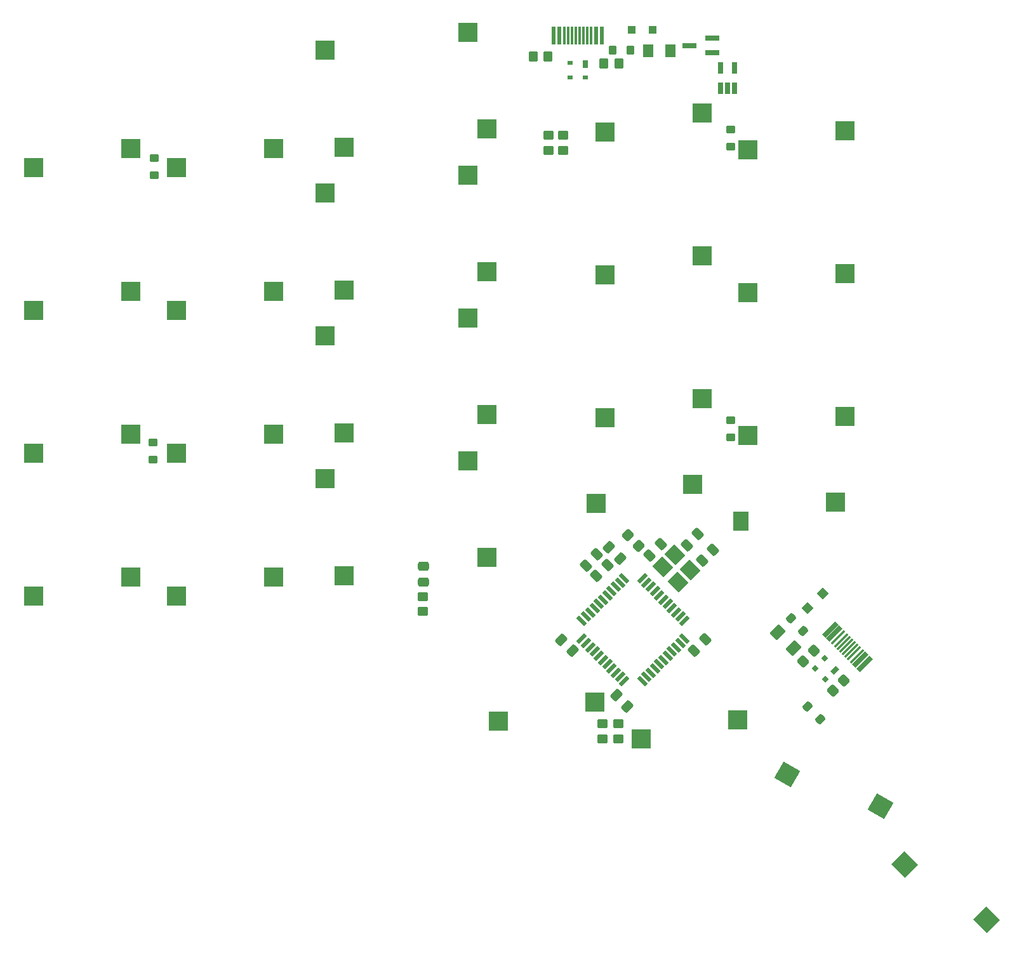
<source format=gbr>
%TF.GenerationSoftware,KiCad,Pcbnew,(6.0.7)*%
%TF.CreationDate,2022-09-06T15:04:57+03:00*%
%TF.ProjectId,retina-left,72657469-6e61-42d6-9c65-66742e6b6963,1.0*%
%TF.SameCoordinates,Original*%
%TF.FileFunction,Paste,Bot*%
%TF.FilePolarity,Positive*%
%FSLAX46Y46*%
G04 Gerber Fmt 4.6, Leading zero omitted, Abs format (unit mm)*
G04 Created by KiCad (PCBNEW (6.0.7)) date 2022-09-06 15:04:57*
%MOMM*%
%LPD*%
G01*
G04 APERTURE LIST*
G04 Aperture macros list*
%AMRoundRect*
0 Rectangle with rounded corners*
0 $1 Rounding radius*
0 $2 $3 $4 $5 $6 $7 $8 $9 X,Y pos of 4 corners*
0 Add a 4 corners polygon primitive as box body*
4,1,4,$2,$3,$4,$5,$6,$7,$8,$9,$2,$3,0*
0 Add four circle primitives for the rounded corners*
1,1,$1+$1,$2,$3*
1,1,$1+$1,$4,$5*
1,1,$1+$1,$6,$7*
1,1,$1+$1,$8,$9*
0 Add four rect primitives between the rounded corners*
20,1,$1+$1,$2,$3,$4,$5,0*
20,1,$1+$1,$4,$5,$6,$7,0*
20,1,$1+$1,$6,$7,$8,$9,0*
20,1,$1+$1,$8,$9,$2,$3,0*%
%AMRotRect*
0 Rectangle, with rotation*
0 The origin of the aperture is its center*
0 $1 length*
0 $2 width*
0 $3 Rotation angle, in degrees counterclockwise*
0 Add horizontal line*
21,1,$1,$2,0,0,$3*%
G04 Aperture macros list end*
%ADD10RotRect,2.550000X2.500000X150.000000*%
%ADD11R,2.550000X2.500000*%
%ADD12R,2.500000X2.550000*%
%ADD13RotRect,2.550000X2.500000X135.000000*%
%ADD14R,2.050000X2.500000*%
%ADD15RoundRect,0.250000X0.350000X0.450000X-0.350000X0.450000X-0.350000X-0.450000X0.350000X-0.450000X0*%
%ADD16RoundRect,0.250000X-0.441942X-0.053033X-0.053033X-0.441942X0.441942X0.053033X0.053033X0.441942X0*%
%ADD17RoundRect,0.250000X-0.097227X0.574524X-0.574524X0.097227X0.097227X-0.574524X0.574524X-0.097227X0*%
%ADD18R,0.700000X1.000000*%
%ADD19R,0.700000X0.600000*%
%ADD20RoundRect,0.250000X0.565685X0.070711X0.070711X0.565685X-0.565685X-0.070711X-0.070711X-0.565685X0*%
%ADD21R,0.650000X1.560000*%
%ADD22RoundRect,0.250001X-0.462499X-0.624999X0.462499X-0.624999X0.462499X0.624999X-0.462499X0.624999X0*%
%ADD23RoundRect,0.250000X-0.350000X0.275000X-0.350000X-0.275000X0.350000X-0.275000X0.350000X0.275000X0*%
%ADD24RoundRect,0.250000X0.450000X-0.350000X0.450000X0.350000X-0.450000X0.350000X-0.450000X-0.350000X0*%
%ADD25RoundRect,0.250000X-0.450000X0.350000X-0.450000X-0.350000X0.450000X-0.350000X0.450000X0.350000X0*%
%ADD26RotRect,1.500000X0.550000X315.000000*%
%ADD27RotRect,1.500000X0.550000X225.000000*%
%ADD28RotRect,0.600000X2.450000X315.000000*%
%ADD29RotRect,0.300000X2.450000X315.000000*%
%ADD30RoundRect,0.250000X0.574524X0.097227X0.097227X0.574524X-0.574524X-0.097227X-0.097227X-0.574524X0*%
%ADD31RoundRect,0.250000X-0.574524X-0.097227X-0.097227X-0.574524X0.574524X0.097227X0.097227X0.574524X0*%
%ADD32RoundRect,0.250000X0.070711X-0.565685X0.565685X-0.070711X-0.070711X0.565685X-0.565685X0.070711X0*%
%ADD33R,1.900000X0.800000*%
%ADD34RoundRect,0.250000X-0.350000X-0.450000X0.350000X-0.450000X0.350000X0.450000X-0.350000X0.450000X0*%
%ADD35RoundRect,0.250000X0.097227X-0.574524X0.574524X-0.097227X-0.097227X0.574524X-0.574524X0.097227X0*%
%ADD36RoundRect,0.250000X-0.070711X0.565685X-0.565685X0.070711X0.070711X-0.565685X0.565685X-0.070711X0*%
%ADD37RoundRect,0.250000X-0.475000X0.337500X-0.475000X-0.337500X0.475000X-0.337500X0.475000X0.337500X0*%
%ADD38RoundRect,0.250001X-0.768977X-0.114905X-0.114905X-0.768977X0.768977X0.114905X0.114905X0.768977X0*%
%ADD39RoundRect,0.250000X0.275000X0.350000X-0.275000X0.350000X-0.275000X-0.350000X0.275000X-0.350000X0*%
%ADD40RoundRect,0.250000X0.441942X0.053033X0.053033X0.441942X-0.441942X-0.053033X-0.053033X-0.441942X0*%
%ADD41RotRect,1.100000X1.100000X225.000000*%
%ADD42RotRect,0.700000X1.000000X135.000000*%
%ADD43RotRect,0.700000X0.600000X135.000000*%
%ADD44R,0.600000X2.450000*%
%ADD45R,0.300000X2.450000*%
%ADD46R,1.100000X1.100000*%
%ADD47RotRect,2.100000X1.800000X135.000000*%
G04 APERTURE END LIST*
D10*
%TO.C,MX23*%
X215682135Y-164542452D03*
X203217025Y-160278656D03*
%TD*%
D11*
%TO.C,MX26*%
X210920279Y-112553699D03*
X197993279Y-115093699D03*
%TD*%
D12*
%TO.C,MX9*%
X144145000Y-76617500D03*
X141605000Y-63690500D03*
%TD*%
%TO.C,MX12*%
X144145000Y-133767500D03*
X141605000Y-120840500D03*
%TD*%
%TO.C,MX17*%
X163195330Y-131386199D03*
X160655330Y-118459199D03*
%TD*%
D11*
%TO.C,MX2*%
X115670000Y-95885000D03*
X102743000Y-98425000D03*
%TD*%
D13*
%TO.C,MX28*%
X229796345Y-179695466D03*
X218859525Y-172350748D03*
%TD*%
D11*
%TO.C,MX22*%
X177700000Y-124142500D03*
X190627000Y-121602500D03*
%TD*%
%TO.C,MX18*%
X196630298Y-153034930D03*
X183703298Y-155574930D03*
%TD*%
D12*
%TO.C,MX11*%
X144145000Y-114717500D03*
X141605000Y-101790500D03*
%TD*%
%TO.C,MX10*%
X144145000Y-95667500D03*
X141605000Y-82740500D03*
%TD*%
D11*
%TO.C,MX3*%
X115670000Y-114935000D03*
X102743000Y-117475000D03*
%TD*%
%TO.C,MX4*%
X115670000Y-133985000D03*
X102743000Y-136525000D03*
%TD*%
D12*
%TO.C,MX16*%
X163195330Y-112336199D03*
X160655330Y-99409199D03*
%TD*%
D11*
%TO.C,MX13*%
X177580314Y-150653682D03*
X164653314Y-153193682D03*
%TD*%
%TO.C,MX7*%
X134720000Y-114935000D03*
X121793000Y-117475000D03*
%TD*%
%TO.C,MX21*%
X191870000Y-110172500D03*
X178943000Y-112712500D03*
%TD*%
%TO.C,MX24*%
X210920290Y-74453742D03*
X197993290Y-76993742D03*
%TD*%
%TO.C,MX8*%
X134720000Y-133985000D03*
X121793000Y-136525000D03*
%TD*%
%TO.C,MX19*%
X191870000Y-72072500D03*
X178943000Y-74612500D03*
%TD*%
D12*
%TO.C,MX14*%
X163195330Y-74236250D03*
X160655330Y-61309250D03*
%TD*%
D11*
%TO.C,MX6*%
X134720000Y-95885000D03*
X121793000Y-98425000D03*
%TD*%
D12*
%TO.C,MX15*%
X163195330Y-93286225D03*
X160655330Y-80359225D03*
%TD*%
D11*
%TO.C,MX5*%
X134720000Y-76835000D03*
X121793000Y-79375000D03*
%TD*%
%TO.C,MX25*%
X210920290Y-93503727D03*
X197993290Y-96043727D03*
%TD*%
%TO.C,MX1*%
X115670000Y-76835000D03*
X102743000Y-79375000D03*
%TD*%
%TO.C,MX20*%
X191870000Y-91122500D03*
X178943000Y-93662500D03*
%TD*%
D14*
%TO.C,MX27*%
X197000279Y-126523699D03*
D11*
X209677279Y-123983699D03*
%TD*%
D15*
%TO.C,R5*%
X171307000Y-64560450D03*
X169307000Y-64560450D03*
%TD*%
D16*
%TO.C,L3*%
X203688577Y-139509127D03*
X205314923Y-141135473D03*
%TD*%
D17*
%TO.C,C4*%
X179213073Y-132349677D03*
X177745827Y-133816923D03*
%TD*%
D18*
%TO.C,TVS1*%
X176259973Y-65601139D03*
D19*
X176259975Y-67301150D03*
X174259975Y-67301150D03*
X174259977Y-65401139D03*
%TD*%
D20*
%TO.C,R3*%
X183358507Y-129808957D03*
X181944293Y-128394743D03*
%TD*%
D21*
%TO.C,U2*%
X196212500Y-68806050D03*
X195262500Y-68806050D03*
X194312500Y-68806050D03*
X194312500Y-66106050D03*
X196212500Y-66106050D03*
%TD*%
D22*
%TO.C,F1*%
X184688150Y-63741300D03*
X187663150Y-63741300D03*
%TD*%
D17*
%TO.C,C1*%
X186318723Y-129606477D03*
X184851477Y-131073723D03*
%TD*%
D23*
%TO.C,L1*%
X118776750Y-78117050D03*
X118776750Y-80417050D03*
%TD*%
D17*
%TO.C,C3*%
X191252673Y-128253927D03*
X189785427Y-129721173D03*
%TD*%
D23*
%TO.C,L5*%
X118586250Y-116045600D03*
X118586250Y-118345600D03*
%TD*%
D24*
%TO.C,R10*%
X154628850Y-138560050D03*
X154628850Y-136560050D03*
%TD*%
D25*
%TO.C,R1*%
X180705800Y-153571700D03*
X180705800Y-155571700D03*
%TD*%
D26*
%TO.C,U1*%
X175809014Y-139806018D03*
X176374700Y-139240333D03*
X176940385Y-138674648D03*
X177506070Y-138108962D03*
X178071756Y-137543277D03*
X178637441Y-136977591D03*
X179203127Y-136411906D03*
X179768812Y-135846220D03*
X180334498Y-135280535D03*
X180900183Y-134714850D03*
X181465868Y-134149164D03*
D27*
X183870032Y-134149164D03*
X184435717Y-134714850D03*
X185001402Y-135280535D03*
X185567088Y-135846220D03*
X186132773Y-136411906D03*
X186698459Y-136977591D03*
X187264144Y-137543277D03*
X187829830Y-138108962D03*
X188395515Y-138674648D03*
X188961200Y-139240333D03*
X189526886Y-139806018D03*
D26*
X189526886Y-142210182D03*
X188961200Y-142775867D03*
X188395515Y-143341552D03*
X187829830Y-143907238D03*
X187264144Y-144472923D03*
X186698459Y-145038609D03*
X186132773Y-145604294D03*
X185567088Y-146169980D03*
X185001402Y-146735665D03*
X184435717Y-147301350D03*
X183870032Y-147867036D03*
D27*
X181465868Y-147867036D03*
X180900183Y-147301350D03*
X180334498Y-146735665D03*
X179768812Y-146169980D03*
X179203127Y-145604294D03*
X178637441Y-145038609D03*
X178071756Y-144472923D03*
X177506070Y-143907238D03*
X176940385Y-143341552D03*
X176374700Y-142775867D03*
X175809014Y-142210182D03*
%TD*%
D28*
%TO.C,USB2*%
X208959167Y-141001183D03*
X209507174Y-141549190D03*
D29*
X210002149Y-142044165D03*
X210355702Y-142397719D03*
X210709256Y-142751272D03*
X211062809Y-143104825D03*
X211416363Y-143458379D03*
X211769916Y-143811932D03*
X212123469Y-144165486D03*
X212477023Y-144519039D03*
D28*
X212971998Y-145014014D03*
X213520005Y-145562021D03*
%TD*%
D23*
%TO.C,L7*%
X195662550Y-74307050D03*
X195662550Y-76607050D03*
%TD*%
D30*
%TO.C,C5*%
X181896623Y-151209573D03*
X180429377Y-149742327D03*
%TD*%
D31*
%TO.C,C10*%
X179441277Y-130025577D03*
X180908523Y-131492823D03*
%TD*%
D32*
%TO.C,R8*%
X205337693Y-145220407D03*
X206751907Y-143806193D03*
%TD*%
D17*
%TO.C,C8*%
X192240773Y-142293777D03*
X190773527Y-143761023D03*
%TD*%
D23*
%TO.C,L4*%
X195643500Y-113035700D03*
X195643500Y-115335700D03*
%TD*%
D17*
%TO.C,C2*%
X193291023Y-130292277D03*
X191823777Y-131759523D03*
%TD*%
D31*
%TO.C,C6*%
X173095127Y-142312827D03*
X174562373Y-143780073D03*
%TD*%
D33*
%TO.C,Q1*%
X193200150Y-62124550D03*
X193200150Y-64024550D03*
X190200150Y-63074550D03*
%TD*%
D34*
%TO.C,R4*%
X178755800Y-65493900D03*
X180755800Y-65493900D03*
%TD*%
D35*
%TO.C,C7*%
X176374227Y-132426273D03*
X177841473Y-130959027D03*
%TD*%
D36*
%TO.C,R9*%
X210733357Y-147730493D03*
X209319143Y-149144707D03*
%TD*%
D24*
%TO.C,R2*%
X178553150Y-155552650D03*
X178553150Y-153552650D03*
%TD*%
D25*
%TO.C,R6*%
X171373800Y-75047600D03*
X171373800Y-77047600D03*
%TD*%
D37*
%TO.C,C9*%
X154647900Y-132541100D03*
X154647900Y-134616100D03*
%TD*%
D38*
%TO.C,F2*%
X201925929Y-141327879D03*
X204029571Y-143431521D03*
%TD*%
D39*
%TO.C,L2*%
X182258350Y-63684150D03*
X179958350Y-63684150D03*
%TD*%
D25*
%TO.C,R7*%
X173278799Y-75047601D03*
X173278799Y-77047601D03*
%TD*%
D40*
%TO.C,L6*%
X207562823Y-152908373D03*
X205936477Y-151282027D03*
%TD*%
D41*
%TO.C,TVS4*%
X207911049Y-136151001D03*
X205931151Y-138130899D03*
%TD*%
D42*
%TO.C,TVS2*%
X209511083Y-146385515D03*
D43*
X208309005Y-147587608D03*
X206894792Y-146173395D03*
X208238288Y-144829884D03*
%TD*%
D44*
%TO.C,USB1*%
X172034974Y-61746813D03*
X172809974Y-61746813D03*
D45*
X173509974Y-61746813D03*
X174009974Y-61746813D03*
X174509974Y-61746813D03*
X175009974Y-61746813D03*
X175509974Y-61746813D03*
X176009974Y-61746813D03*
X176509974Y-61746813D03*
X177009974Y-61746813D03*
D44*
X177709974Y-61746813D03*
X178484974Y-61746813D03*
%TD*%
D46*
%TO.C,TVS3*%
X182470600Y-61017150D03*
X185270600Y-61017150D03*
%TD*%
D47*
%TO.C,Y1*%
X188654732Y-134674128D03*
X186604122Y-132623518D03*
X188230468Y-130997172D03*
X190281078Y-133047782D03*
%TD*%
M02*

</source>
